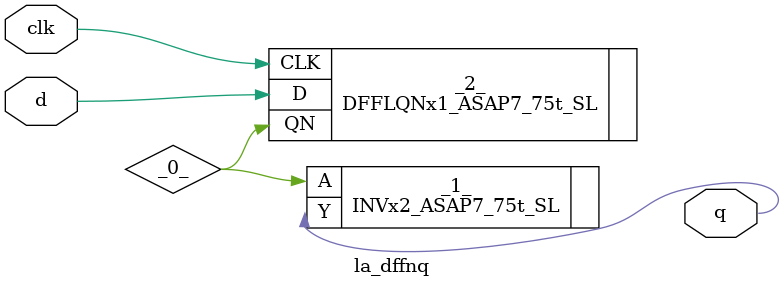
<source format=v>

/* Generated by Yosys 0.44 (git sha1 80ba43d26, g++ 11.4.0-1ubuntu1~22.04 -fPIC -O3) */

(* top =  1  *)
(* src = "inputs/la_dffnq.v:10.1-20.10" *)
module la_dffnq (
    d,
    clk,
    q
);
  wire _0_;
  (* src = "inputs/la_dffnq.v:14.16-14.19" *)
  input clk;
  wire clk;
  (* src = "inputs/la_dffnq.v:13.16-13.17" *)
  input d;
  wire d;
  (* src = "inputs/la_dffnq.v:15.16-15.17" *)
  output q;
  wire q;
  INVx2_ASAP7_75t_SL _1_ (
      .A(_0_),
      .Y(q)
  );
  (* src = "inputs/la_dffnq.v:18.3-18.32" *)
  DFFLQNx1_ASAP7_75t_SL _2_ (
      .CLK(clk),
      .D  (d),
      .QN (_0_)
  );
endmodule

</source>
